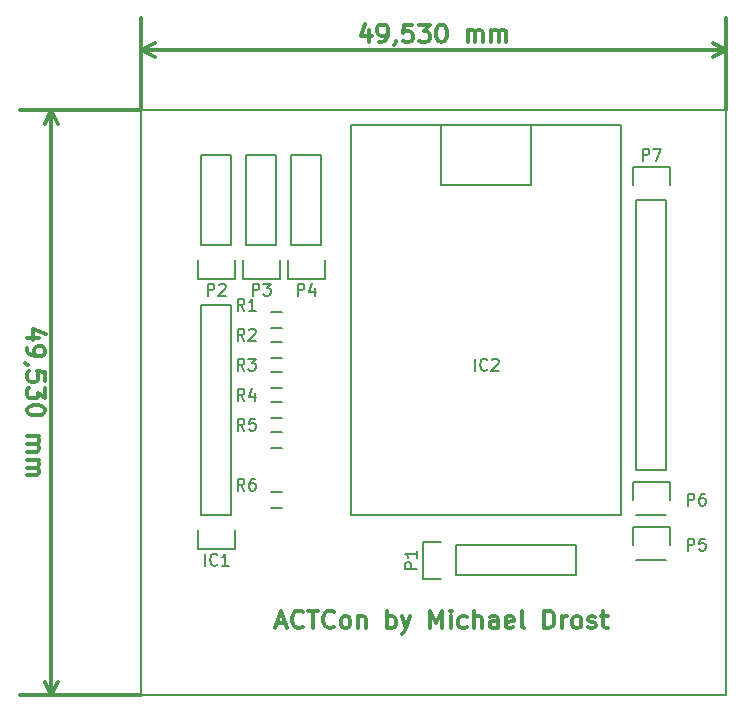
<source format=gbr>
G04 #@! TF.FileFunction,Legend,Top*
%FSLAX46Y46*%
G04 Gerber Fmt 4.6, Leading zero omitted, Abs format (unit mm)*
G04 Created by KiCad (PCBNEW 4.0.2-stable) date 07.07.2016 20:55:51*
%MOMM*%
G01*
G04 APERTURE LIST*
%ADD10C,0.100000*%
%ADD11C,0.300000*%
%ADD12C,0.200000*%
%ADD13C,0.150000*%
G04 APERTURE END LIST*
D10*
D11*
X124501429Y-105660000D02*
X125215715Y-105660000D01*
X124358572Y-106088571D02*
X124858572Y-104588571D01*
X125358572Y-106088571D01*
X126715715Y-105945714D02*
X126644286Y-106017143D01*
X126430000Y-106088571D01*
X126287143Y-106088571D01*
X126072858Y-106017143D01*
X125930000Y-105874286D01*
X125858572Y-105731429D01*
X125787143Y-105445714D01*
X125787143Y-105231429D01*
X125858572Y-104945714D01*
X125930000Y-104802857D01*
X126072858Y-104660000D01*
X126287143Y-104588571D01*
X126430000Y-104588571D01*
X126644286Y-104660000D01*
X126715715Y-104731429D01*
X127144286Y-104588571D02*
X128001429Y-104588571D01*
X127572858Y-106088571D02*
X127572858Y-104588571D01*
X129358572Y-105945714D02*
X129287143Y-106017143D01*
X129072857Y-106088571D01*
X128930000Y-106088571D01*
X128715715Y-106017143D01*
X128572857Y-105874286D01*
X128501429Y-105731429D01*
X128430000Y-105445714D01*
X128430000Y-105231429D01*
X128501429Y-104945714D01*
X128572857Y-104802857D01*
X128715715Y-104660000D01*
X128930000Y-104588571D01*
X129072857Y-104588571D01*
X129287143Y-104660000D01*
X129358572Y-104731429D01*
X130215715Y-106088571D02*
X130072857Y-106017143D01*
X130001429Y-105945714D01*
X129930000Y-105802857D01*
X129930000Y-105374286D01*
X130001429Y-105231429D01*
X130072857Y-105160000D01*
X130215715Y-105088571D01*
X130430000Y-105088571D01*
X130572857Y-105160000D01*
X130644286Y-105231429D01*
X130715715Y-105374286D01*
X130715715Y-105802857D01*
X130644286Y-105945714D01*
X130572857Y-106017143D01*
X130430000Y-106088571D01*
X130215715Y-106088571D01*
X131358572Y-105088571D02*
X131358572Y-106088571D01*
X131358572Y-105231429D02*
X131430000Y-105160000D01*
X131572858Y-105088571D01*
X131787143Y-105088571D01*
X131930000Y-105160000D01*
X132001429Y-105302857D01*
X132001429Y-106088571D01*
X133858572Y-106088571D02*
X133858572Y-104588571D01*
X133858572Y-105160000D02*
X134001429Y-105088571D01*
X134287143Y-105088571D01*
X134430000Y-105160000D01*
X134501429Y-105231429D01*
X134572858Y-105374286D01*
X134572858Y-105802857D01*
X134501429Y-105945714D01*
X134430000Y-106017143D01*
X134287143Y-106088571D01*
X134001429Y-106088571D01*
X133858572Y-106017143D01*
X135072858Y-105088571D02*
X135430001Y-106088571D01*
X135787143Y-105088571D02*
X135430001Y-106088571D01*
X135287143Y-106445714D01*
X135215715Y-106517143D01*
X135072858Y-106588571D01*
X137501429Y-106088571D02*
X137501429Y-104588571D01*
X138001429Y-105660000D01*
X138501429Y-104588571D01*
X138501429Y-106088571D01*
X139215715Y-106088571D02*
X139215715Y-105088571D01*
X139215715Y-104588571D02*
X139144286Y-104660000D01*
X139215715Y-104731429D01*
X139287143Y-104660000D01*
X139215715Y-104588571D01*
X139215715Y-104731429D01*
X140572858Y-106017143D02*
X140430001Y-106088571D01*
X140144287Y-106088571D01*
X140001429Y-106017143D01*
X139930001Y-105945714D01*
X139858572Y-105802857D01*
X139858572Y-105374286D01*
X139930001Y-105231429D01*
X140001429Y-105160000D01*
X140144287Y-105088571D01*
X140430001Y-105088571D01*
X140572858Y-105160000D01*
X141215715Y-106088571D02*
X141215715Y-104588571D01*
X141858572Y-106088571D02*
X141858572Y-105302857D01*
X141787143Y-105160000D01*
X141644286Y-105088571D01*
X141430001Y-105088571D01*
X141287143Y-105160000D01*
X141215715Y-105231429D01*
X143215715Y-106088571D02*
X143215715Y-105302857D01*
X143144286Y-105160000D01*
X143001429Y-105088571D01*
X142715715Y-105088571D01*
X142572858Y-105160000D01*
X143215715Y-106017143D02*
X143072858Y-106088571D01*
X142715715Y-106088571D01*
X142572858Y-106017143D01*
X142501429Y-105874286D01*
X142501429Y-105731429D01*
X142572858Y-105588571D01*
X142715715Y-105517143D01*
X143072858Y-105517143D01*
X143215715Y-105445714D01*
X144501429Y-106017143D02*
X144358572Y-106088571D01*
X144072858Y-106088571D01*
X143930001Y-106017143D01*
X143858572Y-105874286D01*
X143858572Y-105302857D01*
X143930001Y-105160000D01*
X144072858Y-105088571D01*
X144358572Y-105088571D01*
X144501429Y-105160000D01*
X144572858Y-105302857D01*
X144572858Y-105445714D01*
X143858572Y-105588571D01*
X145430001Y-106088571D02*
X145287143Y-106017143D01*
X145215715Y-105874286D01*
X145215715Y-104588571D01*
X147144286Y-106088571D02*
X147144286Y-104588571D01*
X147501429Y-104588571D01*
X147715714Y-104660000D01*
X147858572Y-104802857D01*
X147930000Y-104945714D01*
X148001429Y-105231429D01*
X148001429Y-105445714D01*
X147930000Y-105731429D01*
X147858572Y-105874286D01*
X147715714Y-106017143D01*
X147501429Y-106088571D01*
X147144286Y-106088571D01*
X148644286Y-106088571D02*
X148644286Y-105088571D01*
X148644286Y-105374286D02*
X148715714Y-105231429D01*
X148787143Y-105160000D01*
X148930000Y-105088571D01*
X149072857Y-105088571D01*
X149787143Y-106088571D02*
X149644285Y-106017143D01*
X149572857Y-105945714D01*
X149501428Y-105802857D01*
X149501428Y-105374286D01*
X149572857Y-105231429D01*
X149644285Y-105160000D01*
X149787143Y-105088571D01*
X150001428Y-105088571D01*
X150144285Y-105160000D01*
X150215714Y-105231429D01*
X150287143Y-105374286D01*
X150287143Y-105802857D01*
X150215714Y-105945714D01*
X150144285Y-106017143D01*
X150001428Y-106088571D01*
X149787143Y-106088571D01*
X150858571Y-106017143D02*
X151001428Y-106088571D01*
X151287143Y-106088571D01*
X151430000Y-106017143D01*
X151501428Y-105874286D01*
X151501428Y-105802857D01*
X151430000Y-105660000D01*
X151287143Y-105588571D01*
X151072857Y-105588571D01*
X150930000Y-105517143D01*
X150858571Y-105374286D01*
X150858571Y-105302857D01*
X150930000Y-105160000D01*
X151072857Y-105088571D01*
X151287143Y-105088571D01*
X151430000Y-105160000D01*
X151930000Y-105088571D02*
X152501429Y-105088571D01*
X152144286Y-104588571D02*
X152144286Y-105874286D01*
X152215714Y-106017143D01*
X152358572Y-106088571D01*
X152501429Y-106088571D01*
D12*
X113030000Y-111760000D02*
X113030000Y-62230000D01*
X162560000Y-111760000D02*
X113030000Y-111760000D01*
X162560000Y-62230000D02*
X162560000Y-111760000D01*
X113030000Y-62230000D02*
X162560000Y-62230000D01*
D11*
X104381429Y-81495001D02*
X103381429Y-81495001D01*
X104952857Y-81137858D02*
X103881429Y-80780715D01*
X103881429Y-81709287D01*
X103381429Y-82352143D02*
X103381429Y-82637858D01*
X103452857Y-82780715D01*
X103524286Y-82852143D01*
X103738571Y-82995001D01*
X104024286Y-83066429D01*
X104595714Y-83066429D01*
X104738571Y-82995001D01*
X104810000Y-82923572D01*
X104881429Y-82780715D01*
X104881429Y-82495001D01*
X104810000Y-82352143D01*
X104738571Y-82280715D01*
X104595714Y-82209286D01*
X104238571Y-82209286D01*
X104095714Y-82280715D01*
X104024286Y-82352143D01*
X103952857Y-82495001D01*
X103952857Y-82780715D01*
X104024286Y-82923572D01*
X104095714Y-82995001D01*
X104238571Y-83066429D01*
X103452857Y-83780714D02*
X103381429Y-83780714D01*
X103238571Y-83709286D01*
X103167143Y-83637857D01*
X104881429Y-85137858D02*
X104881429Y-84423572D01*
X104167143Y-84352143D01*
X104238571Y-84423572D01*
X104310000Y-84566429D01*
X104310000Y-84923572D01*
X104238571Y-85066429D01*
X104167143Y-85137858D01*
X104024286Y-85209286D01*
X103667143Y-85209286D01*
X103524286Y-85137858D01*
X103452857Y-85066429D01*
X103381429Y-84923572D01*
X103381429Y-84566429D01*
X103452857Y-84423572D01*
X103524286Y-84352143D01*
X104881429Y-85709286D02*
X104881429Y-86637857D01*
X104310000Y-86137857D01*
X104310000Y-86352143D01*
X104238571Y-86495000D01*
X104167143Y-86566429D01*
X104024286Y-86637857D01*
X103667143Y-86637857D01*
X103524286Y-86566429D01*
X103452857Y-86495000D01*
X103381429Y-86352143D01*
X103381429Y-85923571D01*
X103452857Y-85780714D01*
X103524286Y-85709286D01*
X104881429Y-87566428D02*
X104881429Y-87709285D01*
X104810000Y-87852142D01*
X104738571Y-87923571D01*
X104595714Y-87995000D01*
X104310000Y-88066428D01*
X103952857Y-88066428D01*
X103667143Y-87995000D01*
X103524286Y-87923571D01*
X103452857Y-87852142D01*
X103381429Y-87709285D01*
X103381429Y-87566428D01*
X103452857Y-87423571D01*
X103524286Y-87352142D01*
X103667143Y-87280714D01*
X103952857Y-87209285D01*
X104310000Y-87209285D01*
X104595714Y-87280714D01*
X104738571Y-87352142D01*
X104810000Y-87423571D01*
X104881429Y-87566428D01*
X103381429Y-89852142D02*
X104381429Y-89852142D01*
X104238571Y-89852142D02*
X104310000Y-89923570D01*
X104381429Y-90066428D01*
X104381429Y-90280713D01*
X104310000Y-90423570D01*
X104167143Y-90494999D01*
X103381429Y-90494999D01*
X104167143Y-90494999D02*
X104310000Y-90566428D01*
X104381429Y-90709285D01*
X104381429Y-90923570D01*
X104310000Y-91066428D01*
X104167143Y-91137856D01*
X103381429Y-91137856D01*
X103381429Y-91852142D02*
X104381429Y-91852142D01*
X104238571Y-91852142D02*
X104310000Y-91923570D01*
X104381429Y-92066428D01*
X104381429Y-92280713D01*
X104310000Y-92423570D01*
X104167143Y-92494999D01*
X103381429Y-92494999D01*
X104167143Y-92494999D02*
X104310000Y-92566428D01*
X104381429Y-92709285D01*
X104381429Y-92923570D01*
X104310000Y-93066428D01*
X104167143Y-93137856D01*
X103381429Y-93137856D01*
X105410000Y-62230000D02*
X105410000Y-111760000D01*
X113030000Y-62230000D02*
X102710000Y-62230000D01*
X113030000Y-111760000D02*
X102710000Y-111760000D01*
X105410000Y-111760000D02*
X104823579Y-110633496D01*
X105410000Y-111760000D02*
X105996421Y-110633496D01*
X105410000Y-62230000D02*
X104823579Y-63356504D01*
X105410000Y-62230000D02*
X105996421Y-63356504D01*
X132295001Y-55478571D02*
X132295001Y-56478571D01*
X131937858Y-54907143D02*
X131580715Y-55978571D01*
X132509287Y-55978571D01*
X133152143Y-56478571D02*
X133437858Y-56478571D01*
X133580715Y-56407143D01*
X133652143Y-56335714D01*
X133795001Y-56121429D01*
X133866429Y-55835714D01*
X133866429Y-55264286D01*
X133795001Y-55121429D01*
X133723572Y-55050000D01*
X133580715Y-54978571D01*
X133295001Y-54978571D01*
X133152143Y-55050000D01*
X133080715Y-55121429D01*
X133009286Y-55264286D01*
X133009286Y-55621429D01*
X133080715Y-55764286D01*
X133152143Y-55835714D01*
X133295001Y-55907143D01*
X133580715Y-55907143D01*
X133723572Y-55835714D01*
X133795001Y-55764286D01*
X133866429Y-55621429D01*
X134580714Y-56407143D02*
X134580714Y-56478571D01*
X134509286Y-56621429D01*
X134437857Y-56692857D01*
X135937858Y-54978571D02*
X135223572Y-54978571D01*
X135152143Y-55692857D01*
X135223572Y-55621429D01*
X135366429Y-55550000D01*
X135723572Y-55550000D01*
X135866429Y-55621429D01*
X135937858Y-55692857D01*
X136009286Y-55835714D01*
X136009286Y-56192857D01*
X135937858Y-56335714D01*
X135866429Y-56407143D01*
X135723572Y-56478571D01*
X135366429Y-56478571D01*
X135223572Y-56407143D01*
X135152143Y-56335714D01*
X136509286Y-54978571D02*
X137437857Y-54978571D01*
X136937857Y-55550000D01*
X137152143Y-55550000D01*
X137295000Y-55621429D01*
X137366429Y-55692857D01*
X137437857Y-55835714D01*
X137437857Y-56192857D01*
X137366429Y-56335714D01*
X137295000Y-56407143D01*
X137152143Y-56478571D01*
X136723571Y-56478571D01*
X136580714Y-56407143D01*
X136509286Y-56335714D01*
X138366428Y-54978571D02*
X138509285Y-54978571D01*
X138652142Y-55050000D01*
X138723571Y-55121429D01*
X138795000Y-55264286D01*
X138866428Y-55550000D01*
X138866428Y-55907143D01*
X138795000Y-56192857D01*
X138723571Y-56335714D01*
X138652142Y-56407143D01*
X138509285Y-56478571D01*
X138366428Y-56478571D01*
X138223571Y-56407143D01*
X138152142Y-56335714D01*
X138080714Y-56192857D01*
X138009285Y-55907143D01*
X138009285Y-55550000D01*
X138080714Y-55264286D01*
X138152142Y-55121429D01*
X138223571Y-55050000D01*
X138366428Y-54978571D01*
X140652142Y-56478571D02*
X140652142Y-55478571D01*
X140652142Y-55621429D02*
X140723570Y-55550000D01*
X140866428Y-55478571D01*
X141080713Y-55478571D01*
X141223570Y-55550000D01*
X141294999Y-55692857D01*
X141294999Y-56478571D01*
X141294999Y-55692857D02*
X141366428Y-55550000D01*
X141509285Y-55478571D01*
X141723570Y-55478571D01*
X141866428Y-55550000D01*
X141937856Y-55692857D01*
X141937856Y-56478571D01*
X142652142Y-56478571D02*
X142652142Y-55478571D01*
X142652142Y-55621429D02*
X142723570Y-55550000D01*
X142866428Y-55478571D01*
X143080713Y-55478571D01*
X143223570Y-55550000D01*
X143294999Y-55692857D01*
X143294999Y-56478571D01*
X143294999Y-55692857D02*
X143366428Y-55550000D01*
X143509285Y-55478571D01*
X143723570Y-55478571D01*
X143866428Y-55550000D01*
X143937856Y-55692857D01*
X143937856Y-56478571D01*
X113030000Y-57150000D02*
X162560000Y-57150000D01*
X113030000Y-62230000D02*
X113030000Y-54450000D01*
X162560000Y-62230000D02*
X162560000Y-54450000D01*
X162560000Y-57150000D02*
X161433496Y-57736421D01*
X162560000Y-57150000D02*
X161433496Y-56563579D01*
X113030000Y-57150000D02*
X114156504Y-57736421D01*
X113030000Y-57150000D02*
X114156504Y-56563579D01*
D13*
X118110000Y-96520000D02*
X118110000Y-78740000D01*
X118110000Y-78740000D02*
X120650000Y-78740000D01*
X120650000Y-78740000D02*
X120650000Y-96520000D01*
X117830000Y-99340000D02*
X117830000Y-97790000D01*
X118110000Y-96520000D02*
X120650000Y-96520000D01*
X120930000Y-97790000D02*
X120930000Y-99340000D01*
X120930000Y-99340000D02*
X117830000Y-99340000D01*
X138430000Y-101880000D02*
X136880000Y-101880000D01*
X136880000Y-101880000D02*
X136880000Y-98780000D01*
X136880000Y-98780000D02*
X138430000Y-98780000D01*
X139700000Y-99060000D02*
X149860000Y-99060000D01*
X149860000Y-99060000D02*
X149860000Y-101600000D01*
X149860000Y-101600000D02*
X139700000Y-101600000D01*
X139700000Y-99060000D02*
X139700000Y-101600000D01*
X120650000Y-73660000D02*
X120650000Y-66040000D01*
X118110000Y-73660000D02*
X118110000Y-66040000D01*
X117830000Y-76480000D02*
X117830000Y-74930000D01*
X120650000Y-66040000D02*
X118110000Y-66040000D01*
X118110000Y-73660000D02*
X120650000Y-73660000D01*
X120930000Y-74930000D02*
X120930000Y-76480000D01*
X120930000Y-76480000D02*
X117830000Y-76480000D01*
X124460000Y-73660000D02*
X124460000Y-66040000D01*
X121920000Y-73660000D02*
X121920000Y-66040000D01*
X121640000Y-76480000D02*
X121640000Y-74930000D01*
X124460000Y-66040000D02*
X121920000Y-66040000D01*
X121920000Y-73660000D02*
X124460000Y-73660000D01*
X124740000Y-74930000D02*
X124740000Y-76480000D01*
X124740000Y-76480000D02*
X121640000Y-76480000D01*
X128270000Y-73660000D02*
X128270000Y-66040000D01*
X125730000Y-73660000D02*
X125730000Y-66040000D01*
X125450000Y-76480000D02*
X125450000Y-74930000D01*
X128270000Y-66040000D02*
X125730000Y-66040000D01*
X125730000Y-73660000D02*
X128270000Y-73660000D01*
X128550000Y-74930000D02*
X128550000Y-76480000D01*
X128550000Y-76480000D02*
X125450000Y-76480000D01*
X157760000Y-97510000D02*
X157760000Y-99060000D01*
X154660000Y-99060000D02*
X154660000Y-97510000D01*
X154660000Y-97510000D02*
X157760000Y-97510000D01*
X154940000Y-100330000D02*
X157480000Y-100330000D01*
X157760000Y-93700000D02*
X157760000Y-95250000D01*
X154660000Y-95250000D02*
X154660000Y-93700000D01*
X154660000Y-93700000D02*
X157760000Y-93700000D01*
X154940000Y-96520000D02*
X157480000Y-96520000D01*
X157480000Y-69850000D02*
X157480000Y-92710000D01*
X157480000Y-92710000D02*
X154940000Y-92710000D01*
X154940000Y-92710000D02*
X154940000Y-69850000D01*
X157760000Y-67030000D02*
X157760000Y-68580000D01*
X157480000Y-69850000D02*
X154940000Y-69850000D01*
X154660000Y-68580000D02*
X154660000Y-67030000D01*
X154660000Y-67030000D02*
X157760000Y-67030000D01*
X123960000Y-79335000D02*
X124960000Y-79335000D01*
X124960000Y-80685000D02*
X123960000Y-80685000D01*
X123960000Y-81875000D02*
X124960000Y-81875000D01*
X124960000Y-83225000D02*
X123960000Y-83225000D01*
X123960000Y-84415000D02*
X124960000Y-84415000D01*
X124960000Y-85765000D02*
X123960000Y-85765000D01*
X123960000Y-86955000D02*
X124960000Y-86955000D01*
X124960000Y-88305000D02*
X123960000Y-88305000D01*
X123960000Y-89495000D02*
X124960000Y-89495000D01*
X124960000Y-90845000D02*
X123960000Y-90845000D01*
X123960000Y-94575000D02*
X124960000Y-94575000D01*
X124960000Y-95925000D02*
X123960000Y-95925000D01*
X138430000Y-63500000D02*
X138430000Y-68580000D01*
X138430000Y-68580000D02*
X146050000Y-68580000D01*
X146050000Y-68580000D02*
X146050000Y-63500000D01*
X130810000Y-63500000D02*
X130810000Y-96520000D01*
X130810000Y-96520000D02*
X153670000Y-96520000D01*
X153670000Y-96520000D02*
X153670000Y-63500000D01*
X153670000Y-63500000D02*
X130810000Y-63500000D01*
X118403810Y-100782381D02*
X118403810Y-99782381D01*
X119451429Y-100687143D02*
X119403810Y-100734762D01*
X119260953Y-100782381D01*
X119165715Y-100782381D01*
X119022857Y-100734762D01*
X118927619Y-100639524D01*
X118880000Y-100544286D01*
X118832381Y-100353810D01*
X118832381Y-100210952D01*
X118880000Y-100020476D01*
X118927619Y-99925238D01*
X119022857Y-99830000D01*
X119165715Y-99782381D01*
X119260953Y-99782381D01*
X119403810Y-99830000D01*
X119451429Y-99877619D01*
X120403810Y-100782381D02*
X119832381Y-100782381D01*
X120118095Y-100782381D02*
X120118095Y-99782381D01*
X120022857Y-99925238D01*
X119927619Y-100020476D01*
X119832381Y-100068095D01*
X136342381Y-101068095D02*
X135342381Y-101068095D01*
X135342381Y-100687142D01*
X135390000Y-100591904D01*
X135437619Y-100544285D01*
X135532857Y-100496666D01*
X135675714Y-100496666D01*
X135770952Y-100544285D01*
X135818571Y-100591904D01*
X135866190Y-100687142D01*
X135866190Y-101068095D01*
X136342381Y-99544285D02*
X136342381Y-100115714D01*
X136342381Y-99830000D02*
X135342381Y-99830000D01*
X135485238Y-99925238D01*
X135580476Y-100020476D01*
X135628095Y-100115714D01*
X118641905Y-77922381D02*
X118641905Y-76922381D01*
X119022858Y-76922381D01*
X119118096Y-76970000D01*
X119165715Y-77017619D01*
X119213334Y-77112857D01*
X119213334Y-77255714D01*
X119165715Y-77350952D01*
X119118096Y-77398571D01*
X119022858Y-77446190D01*
X118641905Y-77446190D01*
X119594286Y-77017619D02*
X119641905Y-76970000D01*
X119737143Y-76922381D01*
X119975239Y-76922381D01*
X120070477Y-76970000D01*
X120118096Y-77017619D01*
X120165715Y-77112857D01*
X120165715Y-77208095D01*
X120118096Y-77350952D01*
X119546667Y-77922381D01*
X120165715Y-77922381D01*
X122451905Y-77922381D02*
X122451905Y-76922381D01*
X122832858Y-76922381D01*
X122928096Y-76970000D01*
X122975715Y-77017619D01*
X123023334Y-77112857D01*
X123023334Y-77255714D01*
X122975715Y-77350952D01*
X122928096Y-77398571D01*
X122832858Y-77446190D01*
X122451905Y-77446190D01*
X123356667Y-76922381D02*
X123975715Y-76922381D01*
X123642381Y-77303333D01*
X123785239Y-77303333D01*
X123880477Y-77350952D01*
X123928096Y-77398571D01*
X123975715Y-77493810D01*
X123975715Y-77731905D01*
X123928096Y-77827143D01*
X123880477Y-77874762D01*
X123785239Y-77922381D01*
X123499524Y-77922381D01*
X123404286Y-77874762D01*
X123356667Y-77827143D01*
X126261905Y-77922381D02*
X126261905Y-76922381D01*
X126642858Y-76922381D01*
X126738096Y-76970000D01*
X126785715Y-77017619D01*
X126833334Y-77112857D01*
X126833334Y-77255714D01*
X126785715Y-77350952D01*
X126738096Y-77398571D01*
X126642858Y-77446190D01*
X126261905Y-77446190D01*
X127690477Y-77255714D02*
X127690477Y-77922381D01*
X127452381Y-76874762D02*
X127214286Y-77589048D01*
X127833334Y-77589048D01*
X159281905Y-99512381D02*
X159281905Y-98512381D01*
X159662858Y-98512381D01*
X159758096Y-98560000D01*
X159805715Y-98607619D01*
X159853334Y-98702857D01*
X159853334Y-98845714D01*
X159805715Y-98940952D01*
X159758096Y-98988571D01*
X159662858Y-99036190D01*
X159281905Y-99036190D01*
X160758096Y-98512381D02*
X160281905Y-98512381D01*
X160234286Y-98988571D01*
X160281905Y-98940952D01*
X160377143Y-98893333D01*
X160615239Y-98893333D01*
X160710477Y-98940952D01*
X160758096Y-98988571D01*
X160805715Y-99083810D01*
X160805715Y-99321905D01*
X160758096Y-99417143D01*
X160710477Y-99464762D01*
X160615239Y-99512381D01*
X160377143Y-99512381D01*
X160281905Y-99464762D01*
X160234286Y-99417143D01*
X159281905Y-95702381D02*
X159281905Y-94702381D01*
X159662858Y-94702381D01*
X159758096Y-94750000D01*
X159805715Y-94797619D01*
X159853334Y-94892857D01*
X159853334Y-95035714D01*
X159805715Y-95130952D01*
X159758096Y-95178571D01*
X159662858Y-95226190D01*
X159281905Y-95226190D01*
X160710477Y-94702381D02*
X160520000Y-94702381D01*
X160424762Y-94750000D01*
X160377143Y-94797619D01*
X160281905Y-94940476D01*
X160234286Y-95130952D01*
X160234286Y-95511905D01*
X160281905Y-95607143D01*
X160329524Y-95654762D01*
X160424762Y-95702381D01*
X160615239Y-95702381D01*
X160710477Y-95654762D01*
X160758096Y-95607143D01*
X160805715Y-95511905D01*
X160805715Y-95273810D01*
X160758096Y-95178571D01*
X160710477Y-95130952D01*
X160615239Y-95083333D01*
X160424762Y-95083333D01*
X160329524Y-95130952D01*
X160281905Y-95178571D01*
X160234286Y-95273810D01*
X155471905Y-66492381D02*
X155471905Y-65492381D01*
X155852858Y-65492381D01*
X155948096Y-65540000D01*
X155995715Y-65587619D01*
X156043334Y-65682857D01*
X156043334Y-65825714D01*
X155995715Y-65920952D01*
X155948096Y-65968571D01*
X155852858Y-66016190D01*
X155471905Y-66016190D01*
X156376667Y-65492381D02*
X157043334Y-65492381D01*
X156614762Y-66492381D01*
X121753334Y-79192381D02*
X121420000Y-78716190D01*
X121181905Y-79192381D02*
X121181905Y-78192381D01*
X121562858Y-78192381D01*
X121658096Y-78240000D01*
X121705715Y-78287619D01*
X121753334Y-78382857D01*
X121753334Y-78525714D01*
X121705715Y-78620952D01*
X121658096Y-78668571D01*
X121562858Y-78716190D01*
X121181905Y-78716190D01*
X122705715Y-79192381D02*
X122134286Y-79192381D01*
X122420000Y-79192381D02*
X122420000Y-78192381D01*
X122324762Y-78335238D01*
X122229524Y-78430476D01*
X122134286Y-78478095D01*
X121753334Y-81732381D02*
X121420000Y-81256190D01*
X121181905Y-81732381D02*
X121181905Y-80732381D01*
X121562858Y-80732381D01*
X121658096Y-80780000D01*
X121705715Y-80827619D01*
X121753334Y-80922857D01*
X121753334Y-81065714D01*
X121705715Y-81160952D01*
X121658096Y-81208571D01*
X121562858Y-81256190D01*
X121181905Y-81256190D01*
X122134286Y-80827619D02*
X122181905Y-80780000D01*
X122277143Y-80732381D01*
X122515239Y-80732381D01*
X122610477Y-80780000D01*
X122658096Y-80827619D01*
X122705715Y-80922857D01*
X122705715Y-81018095D01*
X122658096Y-81160952D01*
X122086667Y-81732381D01*
X122705715Y-81732381D01*
X121753334Y-84272381D02*
X121420000Y-83796190D01*
X121181905Y-84272381D02*
X121181905Y-83272381D01*
X121562858Y-83272381D01*
X121658096Y-83320000D01*
X121705715Y-83367619D01*
X121753334Y-83462857D01*
X121753334Y-83605714D01*
X121705715Y-83700952D01*
X121658096Y-83748571D01*
X121562858Y-83796190D01*
X121181905Y-83796190D01*
X122086667Y-83272381D02*
X122705715Y-83272381D01*
X122372381Y-83653333D01*
X122515239Y-83653333D01*
X122610477Y-83700952D01*
X122658096Y-83748571D01*
X122705715Y-83843810D01*
X122705715Y-84081905D01*
X122658096Y-84177143D01*
X122610477Y-84224762D01*
X122515239Y-84272381D01*
X122229524Y-84272381D01*
X122134286Y-84224762D01*
X122086667Y-84177143D01*
X121753334Y-86812381D02*
X121420000Y-86336190D01*
X121181905Y-86812381D02*
X121181905Y-85812381D01*
X121562858Y-85812381D01*
X121658096Y-85860000D01*
X121705715Y-85907619D01*
X121753334Y-86002857D01*
X121753334Y-86145714D01*
X121705715Y-86240952D01*
X121658096Y-86288571D01*
X121562858Y-86336190D01*
X121181905Y-86336190D01*
X122610477Y-86145714D02*
X122610477Y-86812381D01*
X122372381Y-85764762D02*
X122134286Y-86479048D01*
X122753334Y-86479048D01*
X121753334Y-89352381D02*
X121420000Y-88876190D01*
X121181905Y-89352381D02*
X121181905Y-88352381D01*
X121562858Y-88352381D01*
X121658096Y-88400000D01*
X121705715Y-88447619D01*
X121753334Y-88542857D01*
X121753334Y-88685714D01*
X121705715Y-88780952D01*
X121658096Y-88828571D01*
X121562858Y-88876190D01*
X121181905Y-88876190D01*
X122658096Y-88352381D02*
X122181905Y-88352381D01*
X122134286Y-88828571D01*
X122181905Y-88780952D01*
X122277143Y-88733333D01*
X122515239Y-88733333D01*
X122610477Y-88780952D01*
X122658096Y-88828571D01*
X122705715Y-88923810D01*
X122705715Y-89161905D01*
X122658096Y-89257143D01*
X122610477Y-89304762D01*
X122515239Y-89352381D01*
X122277143Y-89352381D01*
X122181905Y-89304762D01*
X122134286Y-89257143D01*
X121753334Y-94432381D02*
X121420000Y-93956190D01*
X121181905Y-94432381D02*
X121181905Y-93432381D01*
X121562858Y-93432381D01*
X121658096Y-93480000D01*
X121705715Y-93527619D01*
X121753334Y-93622857D01*
X121753334Y-93765714D01*
X121705715Y-93860952D01*
X121658096Y-93908571D01*
X121562858Y-93956190D01*
X121181905Y-93956190D01*
X122610477Y-93432381D02*
X122420000Y-93432381D01*
X122324762Y-93480000D01*
X122277143Y-93527619D01*
X122181905Y-93670476D01*
X122134286Y-93860952D01*
X122134286Y-94241905D01*
X122181905Y-94337143D01*
X122229524Y-94384762D01*
X122324762Y-94432381D01*
X122515239Y-94432381D01*
X122610477Y-94384762D01*
X122658096Y-94337143D01*
X122705715Y-94241905D01*
X122705715Y-94003810D01*
X122658096Y-93908571D01*
X122610477Y-93860952D01*
X122515239Y-93813333D01*
X122324762Y-93813333D01*
X122229524Y-93860952D01*
X122181905Y-93908571D01*
X122134286Y-94003810D01*
X141263810Y-84272381D02*
X141263810Y-83272381D01*
X142311429Y-84177143D02*
X142263810Y-84224762D01*
X142120953Y-84272381D01*
X142025715Y-84272381D01*
X141882857Y-84224762D01*
X141787619Y-84129524D01*
X141740000Y-84034286D01*
X141692381Y-83843810D01*
X141692381Y-83700952D01*
X141740000Y-83510476D01*
X141787619Y-83415238D01*
X141882857Y-83320000D01*
X142025715Y-83272381D01*
X142120953Y-83272381D01*
X142263810Y-83320000D01*
X142311429Y-83367619D01*
X142692381Y-83367619D02*
X142740000Y-83320000D01*
X142835238Y-83272381D01*
X143073334Y-83272381D01*
X143168572Y-83320000D01*
X143216191Y-83367619D01*
X143263810Y-83462857D01*
X143263810Y-83558095D01*
X143216191Y-83700952D01*
X142644762Y-84272381D01*
X143263810Y-84272381D01*
M02*

</source>
